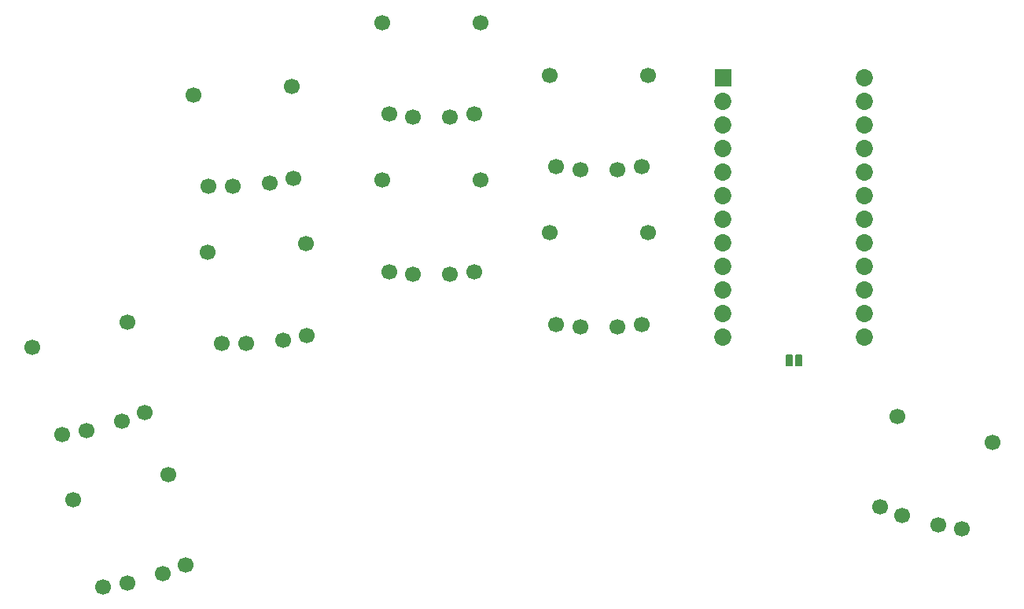
<source format=gbr>
%TF.GenerationSoftware,KiCad,Pcbnew,(5.1.9)-1*%
%TF.CreationDate,2021-06-26T19:40:30+02:00*%
%TF.ProjectId,idiosepius_thailandicus,6964696f-7365-4706-9975-735f74686169,VERSION_HERE*%
%TF.SameCoordinates,Original*%
%TF.FileFunction,Soldermask,Bot*%
%TF.FilePolarity,Negative*%
%FSLAX46Y46*%
G04 Gerber Fmt 4.6, Leading zero omitted, Abs format (unit mm)*
G04 Created by KiCad (PCBNEW (5.1.9)-1) date 2021-06-26 19:40:30*
%MOMM*%
%LPD*%
G01*
G04 APERTURE LIST*
%ADD10C,1.700000*%
%ADD11C,1.852600*%
G04 APERTURE END LIST*
D10*
%TO.C,S1*%
X18170769Y6073993D03*
X7931956Y3330511D03*
X11176790Y-5997509D03*
X17610227Y-4584257D03*
X20024670Y-3626726D03*
X13746524Y-5619534D03*
%TD*%
%TO.C,S2*%
X13770846Y22494732D03*
X3532033Y19751250D03*
X6776867Y10423230D03*
X13210304Y11836482D03*
X15624747Y12794013D03*
X9346601Y10801205D03*
%TD*%
%TO.C,S3*%
X32955437Y30920037D03*
X22395773Y29996186D03*
X23971518Y20246421D03*
X30552625Y20521047D03*
X33096661Y21044767D03*
X26567847Y20172424D03*
%TD*%
%TO.C,S4*%
X31473789Y47855346D03*
X20914125Y46931495D03*
X22489870Y37181730D03*
X29070977Y37456356D03*
X31615013Y37980076D03*
X25086199Y37107733D03*
%TD*%
%TO.C,S5*%
X51823412Y37777248D03*
X41223412Y37777248D03*
X41943412Y27927248D03*
X48523412Y27627248D03*
X51103412Y27927248D03*
X44523412Y27627248D03*
%TD*%
%TO.C,S6*%
X51823412Y54777248D03*
X41223412Y54777248D03*
X41943412Y44927248D03*
X48523412Y44627248D03*
X51103412Y44927248D03*
X44523412Y44627248D03*
%TD*%
%TO.C,S7*%
X69823413Y32110582D03*
X59223413Y32110582D03*
X59943413Y22260582D03*
X66523413Y21960582D03*
X69103413Y22260582D03*
X62523413Y21960582D03*
%TD*%
%TO.C,S8*%
X69823412Y49110582D03*
X59223412Y49110582D03*
X59943412Y39260582D03*
X66523412Y38960582D03*
X69103412Y39260582D03*
X62523412Y38960582D03*
%TD*%
%TO.C,S9*%
X106872209Y9576988D03*
X96633396Y12320470D03*
X94779495Y2619751D03*
X101057641Y626943D03*
X103627375Y248968D03*
X97193938Y1662220D03*
%TD*%
%TO.C,C1*%
G36*
G01*
X77027112Y49756881D02*
X78779712Y49756881D01*
G75*
G02*
X78829712Y49706881I0J-50000D01*
G01*
X78829712Y47954281D01*
G75*
G02*
X78779712Y47904281I-50000J0D01*
G01*
X77027112Y47904281D01*
G75*
G02*
X76977112Y47954281I0J50000D01*
G01*
X76977112Y49706881D01*
G75*
G02*
X77027112Y49756881I50000J0D01*
G01*
G37*
D11*
X77903412Y46290581D03*
X77903412Y43750581D03*
X77903412Y41210581D03*
X77903412Y38670581D03*
X77903412Y36130581D03*
X77903412Y33590581D03*
X77903412Y31050581D03*
X77903412Y28510581D03*
X77903412Y25970581D03*
X77903412Y23430581D03*
X77903412Y20890581D03*
X93143412Y48830581D03*
X93143412Y46290581D03*
X93143412Y43750581D03*
X93143412Y41210581D03*
X93143412Y38670581D03*
X93143412Y36130581D03*
X93143412Y33590581D03*
X93143412Y31050581D03*
X93143412Y28510581D03*
X93143412Y25970581D03*
X93143412Y23430581D03*
X93143412Y20890581D03*
%TD*%
%TO.C,J2*%
G36*
G01*
X84655532Y17789082D02*
X84655532Y18932082D01*
G75*
G02*
X84705532Y18982082I50000J0D01*
G01*
X85340532Y18982082D01*
G75*
G02*
X85390532Y18932082I0J-50000D01*
G01*
X85390532Y17789082D01*
G75*
G02*
X85340532Y17739082I-50000J0D01*
G01*
X84705532Y17739082D01*
G75*
G02*
X84655532Y17789082I0J50000D01*
G01*
G37*
G36*
G01*
X85656292Y17789082D02*
X85656292Y18932082D01*
G75*
G02*
X85706292Y18982082I50000J0D01*
G01*
X86341292Y18982082D01*
G75*
G02*
X86391292Y18932082I0J-50000D01*
G01*
X86391292Y17789082D01*
G75*
G02*
X86341292Y17739082I-50000J0D01*
G01*
X85706292Y17739082D01*
G75*
G02*
X85656292Y17789082I0J50000D01*
G01*
G37*
%TD*%
M02*

</source>
